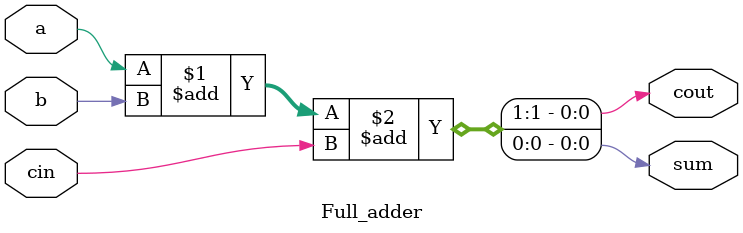
<source format=v>
module top_module( 
    input [99:0] a, b,
    input cin,
    output [99:0] cout,
    output [99:0] sum );
    genvar i;
    generate
        for(i=0;i<=99;i=i+1)begin:adder
            if(i==0)
                Full_adder inist(a[i],b[i],cin,cout[i],sum[i]);
            else
                Full_adder inist(a[i],b[i],cout[i-1],cout[i],sum[i]);           
        end
    endgenerate

endmodule

module Full_adder( 
    input a, b, cin,
    output cout, sum );
    assign {cout,sum} = a + b + cin;
endmodule
</source>
